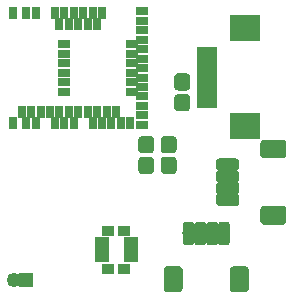
<source format=gbr>
G04 #@! TF.GenerationSoftware,KiCad,Pcbnew,(5.0.0-rc2-200-g1f6f76beb)*
G04 #@! TF.CreationDate,2020-02-24T22:29:36-05:00*
G04 #@! TF.ProjectId,watch-logic,77617463682D6C6F6769632E6B696361,rev?*
G04 #@! TF.SameCoordinates,Original*
G04 #@! TF.FileFunction,Soldermask,Bot*
G04 #@! TF.FilePolarity,Negative*
%FSLAX46Y46*%
G04 Gerber Fmt 4.6, Leading zero omitted, Abs format (unit mm)*
G04 Created by KiCad (PCBNEW (5.0.0-rc2-200-g1f6f76beb)) date Mon Feb 24 22:29:36 2020*
%MOMM*%
%LPD*%
G01*
G04 APERTURE LIST*
%ADD10C,0.100000*%
%ADD11C,1.350000*%
%ADD12C,1.600000*%
%ADD13C,1.000000*%
%ADD14R,1.250000X1.250000*%
%ADD15O,1.250000X1.250000*%
%ADD16R,2.600000X2.200000*%
%ADD17R,1.700000X0.700000*%
%ADD18R,1.150000X0.630000*%
%ADD19R,1.055000X0.850000*%
%ADD20R,0.800000X1.000000*%
%ADD21R,1.000000X0.800000*%
G04 APERTURE END LIST*
D10*
G04 #@! TO.C,C2*
G36*
X179313581Y-118430625D02*
X179346343Y-118435485D01*
X179378471Y-118443533D01*
X179409656Y-118454691D01*
X179439596Y-118468852D01*
X179468005Y-118485879D01*
X179494608Y-118505609D01*
X179519149Y-118527851D01*
X179541391Y-118552392D01*
X179561121Y-118578995D01*
X179578148Y-118607404D01*
X179592309Y-118637344D01*
X179603467Y-118668529D01*
X179611515Y-118700657D01*
X179616375Y-118733419D01*
X179618000Y-118766500D01*
X179618000Y-119541500D01*
X179616375Y-119574581D01*
X179611515Y-119607343D01*
X179603467Y-119639471D01*
X179592309Y-119670656D01*
X179578148Y-119700596D01*
X179561121Y-119729005D01*
X179541391Y-119755608D01*
X179519149Y-119780149D01*
X179494608Y-119802391D01*
X179468005Y-119822121D01*
X179439596Y-119839148D01*
X179409656Y-119853309D01*
X179378471Y-119864467D01*
X179346343Y-119872515D01*
X179313581Y-119877375D01*
X179280500Y-119879000D01*
X178605500Y-119879000D01*
X178572419Y-119877375D01*
X178539657Y-119872515D01*
X178507529Y-119864467D01*
X178476344Y-119853309D01*
X178446404Y-119839148D01*
X178417995Y-119822121D01*
X178391392Y-119802391D01*
X178366851Y-119780149D01*
X178344609Y-119755608D01*
X178324879Y-119729005D01*
X178307852Y-119700596D01*
X178293691Y-119670656D01*
X178282533Y-119639471D01*
X178274485Y-119607343D01*
X178269625Y-119574581D01*
X178268000Y-119541500D01*
X178268000Y-118766500D01*
X178269625Y-118733419D01*
X178274485Y-118700657D01*
X178282533Y-118668529D01*
X178293691Y-118637344D01*
X178307852Y-118607404D01*
X178324879Y-118578995D01*
X178344609Y-118552392D01*
X178366851Y-118527851D01*
X178391392Y-118505609D01*
X178417995Y-118485879D01*
X178446404Y-118468852D01*
X178476344Y-118454691D01*
X178507529Y-118443533D01*
X178539657Y-118435485D01*
X178572419Y-118430625D01*
X178605500Y-118429000D01*
X179280500Y-118429000D01*
X179313581Y-118430625D01*
X179313581Y-118430625D01*
G37*
D11*
X178943000Y-119154000D03*
D10*
G36*
X179313581Y-120180625D02*
X179346343Y-120185485D01*
X179378471Y-120193533D01*
X179409656Y-120204691D01*
X179439596Y-120218852D01*
X179468005Y-120235879D01*
X179494608Y-120255609D01*
X179519149Y-120277851D01*
X179541391Y-120302392D01*
X179561121Y-120328995D01*
X179578148Y-120357404D01*
X179592309Y-120387344D01*
X179603467Y-120418529D01*
X179611515Y-120450657D01*
X179616375Y-120483419D01*
X179618000Y-120516500D01*
X179618000Y-121291500D01*
X179616375Y-121324581D01*
X179611515Y-121357343D01*
X179603467Y-121389471D01*
X179592309Y-121420656D01*
X179578148Y-121450596D01*
X179561121Y-121479005D01*
X179541391Y-121505608D01*
X179519149Y-121530149D01*
X179494608Y-121552391D01*
X179468005Y-121572121D01*
X179439596Y-121589148D01*
X179409656Y-121603309D01*
X179378471Y-121614467D01*
X179346343Y-121622515D01*
X179313581Y-121627375D01*
X179280500Y-121629000D01*
X178605500Y-121629000D01*
X178572419Y-121627375D01*
X178539657Y-121622515D01*
X178507529Y-121614467D01*
X178476344Y-121603309D01*
X178446404Y-121589148D01*
X178417995Y-121572121D01*
X178391392Y-121552391D01*
X178366851Y-121530149D01*
X178344609Y-121505608D01*
X178324879Y-121479005D01*
X178307852Y-121450596D01*
X178293691Y-121420656D01*
X178282533Y-121389471D01*
X178274485Y-121357343D01*
X178269625Y-121324581D01*
X178268000Y-121291500D01*
X178268000Y-120516500D01*
X178269625Y-120483419D01*
X178274485Y-120450657D01*
X178282533Y-120418529D01*
X178293691Y-120387344D01*
X178307852Y-120357404D01*
X178324879Y-120328995D01*
X178344609Y-120302392D01*
X178366851Y-120277851D01*
X178391392Y-120255609D01*
X178417995Y-120235879D01*
X178446404Y-120218852D01*
X178476344Y-120204691D01*
X178507529Y-120193533D01*
X178539657Y-120185485D01*
X178572419Y-120180625D01*
X178605500Y-120179000D01*
X179280500Y-120179000D01*
X179313581Y-120180625D01*
X179313581Y-120180625D01*
G37*
D11*
X178943000Y-120904000D03*
G04 #@! TD*
D10*
G04 #@! TO.C,J1*
G36*
X187459340Y-129636605D02*
X187491698Y-129641405D01*
X187523429Y-129649353D01*
X187554229Y-129660373D01*
X187583800Y-129674359D01*
X187611857Y-129691177D01*
X187638132Y-129710663D01*
X187662369Y-129732631D01*
X187684337Y-129756868D01*
X187703823Y-129783143D01*
X187720641Y-129811200D01*
X187734627Y-129840771D01*
X187745647Y-129871571D01*
X187753595Y-129903302D01*
X187758395Y-129935660D01*
X187760000Y-129968332D01*
X187760000Y-130901668D01*
X187758395Y-130934340D01*
X187753595Y-130966698D01*
X187745647Y-130998429D01*
X187734627Y-131029229D01*
X187720641Y-131058800D01*
X187703823Y-131086857D01*
X187684337Y-131113132D01*
X187662369Y-131137369D01*
X187638132Y-131159337D01*
X187611857Y-131178823D01*
X187583800Y-131195641D01*
X187554229Y-131209627D01*
X187523429Y-131220647D01*
X187491698Y-131228595D01*
X187459340Y-131233395D01*
X187426668Y-131235000D01*
X185893332Y-131235000D01*
X185860660Y-131233395D01*
X185828302Y-131228595D01*
X185796571Y-131220647D01*
X185765771Y-131209627D01*
X185736200Y-131195641D01*
X185708143Y-131178823D01*
X185681868Y-131159337D01*
X185657631Y-131137369D01*
X185635663Y-131113132D01*
X185616177Y-131086857D01*
X185599359Y-131058800D01*
X185585373Y-131029229D01*
X185574353Y-130998429D01*
X185566405Y-130966698D01*
X185561605Y-130934340D01*
X185560000Y-130901668D01*
X185560000Y-129968332D01*
X185561605Y-129935660D01*
X185566405Y-129903302D01*
X185574353Y-129871571D01*
X185585373Y-129840771D01*
X185599359Y-129811200D01*
X185616177Y-129783143D01*
X185635663Y-129756868D01*
X185657631Y-129732631D01*
X185681868Y-129710663D01*
X185708143Y-129691177D01*
X185736200Y-129674359D01*
X185765771Y-129660373D01*
X185796571Y-129649353D01*
X185828302Y-129641405D01*
X185860660Y-129636605D01*
X185893332Y-129635000D01*
X187426668Y-129635000D01*
X187459340Y-129636605D01*
X187459340Y-129636605D01*
G37*
D12*
X186660000Y-130435000D03*
D10*
G36*
X187459340Y-124036605D02*
X187491698Y-124041405D01*
X187523429Y-124049353D01*
X187554229Y-124060373D01*
X187583800Y-124074359D01*
X187611857Y-124091177D01*
X187638132Y-124110663D01*
X187662369Y-124132631D01*
X187684337Y-124156868D01*
X187703823Y-124183143D01*
X187720641Y-124211200D01*
X187734627Y-124240771D01*
X187745647Y-124271571D01*
X187753595Y-124303302D01*
X187758395Y-124335660D01*
X187760000Y-124368332D01*
X187760000Y-125301668D01*
X187758395Y-125334340D01*
X187753595Y-125366698D01*
X187745647Y-125398429D01*
X187734627Y-125429229D01*
X187720641Y-125458800D01*
X187703823Y-125486857D01*
X187684337Y-125513132D01*
X187662369Y-125537369D01*
X187638132Y-125559337D01*
X187611857Y-125578823D01*
X187583800Y-125595641D01*
X187554229Y-125609627D01*
X187523429Y-125620647D01*
X187491698Y-125628595D01*
X187459340Y-125633395D01*
X187426668Y-125635000D01*
X185893332Y-125635000D01*
X185860660Y-125633395D01*
X185828302Y-125628595D01*
X185796571Y-125620647D01*
X185765771Y-125609627D01*
X185736200Y-125595641D01*
X185708143Y-125578823D01*
X185681868Y-125559337D01*
X185657631Y-125537369D01*
X185635663Y-125513132D01*
X185616177Y-125486857D01*
X185599359Y-125458800D01*
X185585373Y-125429229D01*
X185574353Y-125398429D01*
X185566405Y-125366698D01*
X185561605Y-125334340D01*
X185560000Y-125301668D01*
X185560000Y-124368332D01*
X185561605Y-124335660D01*
X185566405Y-124303302D01*
X185574353Y-124271571D01*
X185585373Y-124240771D01*
X185599359Y-124211200D01*
X185616177Y-124183143D01*
X185635663Y-124156868D01*
X185657631Y-124132631D01*
X185681868Y-124110663D01*
X185708143Y-124091177D01*
X185736200Y-124074359D01*
X185765771Y-124060373D01*
X185796571Y-124049353D01*
X185828302Y-124041405D01*
X185860660Y-124036605D01*
X185893332Y-124035000D01*
X187426668Y-124035000D01*
X187459340Y-124036605D01*
X187459340Y-124036605D01*
G37*
D12*
X186660000Y-124835000D03*
D10*
G36*
X183534504Y-128636204D02*
X183558773Y-128639804D01*
X183582571Y-128645765D01*
X183605671Y-128654030D01*
X183627849Y-128664520D01*
X183648893Y-128677133D01*
X183668598Y-128691747D01*
X183686777Y-128708223D01*
X183703253Y-128726402D01*
X183717867Y-128746107D01*
X183730480Y-128767151D01*
X183740970Y-128789329D01*
X183749235Y-128812429D01*
X183755196Y-128836227D01*
X183758796Y-128860496D01*
X183760000Y-128885000D01*
X183760000Y-129385000D01*
X183758796Y-129409504D01*
X183755196Y-129433773D01*
X183749235Y-129457571D01*
X183740970Y-129480671D01*
X183730480Y-129502849D01*
X183717867Y-129523893D01*
X183703253Y-129543598D01*
X183686777Y-129561777D01*
X183668598Y-129578253D01*
X183648893Y-129592867D01*
X183627849Y-129605480D01*
X183605671Y-129615970D01*
X183582571Y-129624235D01*
X183558773Y-129630196D01*
X183534504Y-129633796D01*
X183510000Y-129635000D01*
X182060000Y-129635000D01*
X182035496Y-129633796D01*
X182011227Y-129630196D01*
X181987429Y-129624235D01*
X181964329Y-129615970D01*
X181942151Y-129605480D01*
X181921107Y-129592867D01*
X181901402Y-129578253D01*
X181883223Y-129561777D01*
X181866747Y-129543598D01*
X181852133Y-129523893D01*
X181839520Y-129502849D01*
X181829030Y-129480671D01*
X181820765Y-129457571D01*
X181814804Y-129433773D01*
X181811204Y-129409504D01*
X181810000Y-129385000D01*
X181810000Y-128885000D01*
X181811204Y-128860496D01*
X181814804Y-128836227D01*
X181820765Y-128812429D01*
X181829030Y-128789329D01*
X181839520Y-128767151D01*
X181852133Y-128746107D01*
X181866747Y-128726402D01*
X181883223Y-128708223D01*
X181901402Y-128691747D01*
X181921107Y-128677133D01*
X181942151Y-128664520D01*
X181964329Y-128654030D01*
X181987429Y-128645765D01*
X182011227Y-128639804D01*
X182035496Y-128636204D01*
X182060000Y-128635000D01*
X183510000Y-128635000D01*
X183534504Y-128636204D01*
X183534504Y-128636204D01*
G37*
D13*
X182785000Y-129135000D03*
D10*
G36*
X183534504Y-127636204D02*
X183558773Y-127639804D01*
X183582571Y-127645765D01*
X183605671Y-127654030D01*
X183627849Y-127664520D01*
X183648893Y-127677133D01*
X183668598Y-127691747D01*
X183686777Y-127708223D01*
X183703253Y-127726402D01*
X183717867Y-127746107D01*
X183730480Y-127767151D01*
X183740970Y-127789329D01*
X183749235Y-127812429D01*
X183755196Y-127836227D01*
X183758796Y-127860496D01*
X183760000Y-127885000D01*
X183760000Y-128385000D01*
X183758796Y-128409504D01*
X183755196Y-128433773D01*
X183749235Y-128457571D01*
X183740970Y-128480671D01*
X183730480Y-128502849D01*
X183717867Y-128523893D01*
X183703253Y-128543598D01*
X183686777Y-128561777D01*
X183668598Y-128578253D01*
X183648893Y-128592867D01*
X183627849Y-128605480D01*
X183605671Y-128615970D01*
X183582571Y-128624235D01*
X183558773Y-128630196D01*
X183534504Y-128633796D01*
X183510000Y-128635000D01*
X182060000Y-128635000D01*
X182035496Y-128633796D01*
X182011227Y-128630196D01*
X181987429Y-128624235D01*
X181964329Y-128615970D01*
X181942151Y-128605480D01*
X181921107Y-128592867D01*
X181901402Y-128578253D01*
X181883223Y-128561777D01*
X181866747Y-128543598D01*
X181852133Y-128523893D01*
X181839520Y-128502849D01*
X181829030Y-128480671D01*
X181820765Y-128457571D01*
X181814804Y-128433773D01*
X181811204Y-128409504D01*
X181810000Y-128385000D01*
X181810000Y-127885000D01*
X181811204Y-127860496D01*
X181814804Y-127836227D01*
X181820765Y-127812429D01*
X181829030Y-127789329D01*
X181839520Y-127767151D01*
X181852133Y-127746107D01*
X181866747Y-127726402D01*
X181883223Y-127708223D01*
X181901402Y-127691747D01*
X181921107Y-127677133D01*
X181942151Y-127664520D01*
X181964329Y-127654030D01*
X181987429Y-127645765D01*
X182011227Y-127639804D01*
X182035496Y-127636204D01*
X182060000Y-127635000D01*
X183510000Y-127635000D01*
X183534504Y-127636204D01*
X183534504Y-127636204D01*
G37*
D13*
X182785000Y-128135000D03*
D10*
G36*
X183534504Y-126636204D02*
X183558773Y-126639804D01*
X183582571Y-126645765D01*
X183605671Y-126654030D01*
X183627849Y-126664520D01*
X183648893Y-126677133D01*
X183668598Y-126691747D01*
X183686777Y-126708223D01*
X183703253Y-126726402D01*
X183717867Y-126746107D01*
X183730480Y-126767151D01*
X183740970Y-126789329D01*
X183749235Y-126812429D01*
X183755196Y-126836227D01*
X183758796Y-126860496D01*
X183760000Y-126885000D01*
X183760000Y-127385000D01*
X183758796Y-127409504D01*
X183755196Y-127433773D01*
X183749235Y-127457571D01*
X183740970Y-127480671D01*
X183730480Y-127502849D01*
X183717867Y-127523893D01*
X183703253Y-127543598D01*
X183686777Y-127561777D01*
X183668598Y-127578253D01*
X183648893Y-127592867D01*
X183627849Y-127605480D01*
X183605671Y-127615970D01*
X183582571Y-127624235D01*
X183558773Y-127630196D01*
X183534504Y-127633796D01*
X183510000Y-127635000D01*
X182060000Y-127635000D01*
X182035496Y-127633796D01*
X182011227Y-127630196D01*
X181987429Y-127624235D01*
X181964329Y-127615970D01*
X181942151Y-127605480D01*
X181921107Y-127592867D01*
X181901402Y-127578253D01*
X181883223Y-127561777D01*
X181866747Y-127543598D01*
X181852133Y-127523893D01*
X181839520Y-127502849D01*
X181829030Y-127480671D01*
X181820765Y-127457571D01*
X181814804Y-127433773D01*
X181811204Y-127409504D01*
X181810000Y-127385000D01*
X181810000Y-126885000D01*
X181811204Y-126860496D01*
X181814804Y-126836227D01*
X181820765Y-126812429D01*
X181829030Y-126789329D01*
X181839520Y-126767151D01*
X181852133Y-126746107D01*
X181866747Y-126726402D01*
X181883223Y-126708223D01*
X181901402Y-126691747D01*
X181921107Y-126677133D01*
X181942151Y-126664520D01*
X181964329Y-126654030D01*
X181987429Y-126645765D01*
X182011227Y-126639804D01*
X182035496Y-126636204D01*
X182060000Y-126635000D01*
X183510000Y-126635000D01*
X183534504Y-126636204D01*
X183534504Y-126636204D01*
G37*
D13*
X182785000Y-127135000D03*
D10*
G36*
X183534504Y-125636204D02*
X183558773Y-125639804D01*
X183582571Y-125645765D01*
X183605671Y-125654030D01*
X183627849Y-125664520D01*
X183648893Y-125677133D01*
X183668598Y-125691747D01*
X183686777Y-125708223D01*
X183703253Y-125726402D01*
X183717867Y-125746107D01*
X183730480Y-125767151D01*
X183740970Y-125789329D01*
X183749235Y-125812429D01*
X183755196Y-125836227D01*
X183758796Y-125860496D01*
X183760000Y-125885000D01*
X183760000Y-126385000D01*
X183758796Y-126409504D01*
X183755196Y-126433773D01*
X183749235Y-126457571D01*
X183740970Y-126480671D01*
X183730480Y-126502849D01*
X183717867Y-126523893D01*
X183703253Y-126543598D01*
X183686777Y-126561777D01*
X183668598Y-126578253D01*
X183648893Y-126592867D01*
X183627849Y-126605480D01*
X183605671Y-126615970D01*
X183582571Y-126624235D01*
X183558773Y-126630196D01*
X183534504Y-126633796D01*
X183510000Y-126635000D01*
X182060000Y-126635000D01*
X182035496Y-126633796D01*
X182011227Y-126630196D01*
X181987429Y-126624235D01*
X181964329Y-126615970D01*
X181942151Y-126605480D01*
X181921107Y-126592867D01*
X181901402Y-126578253D01*
X181883223Y-126561777D01*
X181866747Y-126543598D01*
X181852133Y-126523893D01*
X181839520Y-126502849D01*
X181829030Y-126480671D01*
X181820765Y-126457571D01*
X181814804Y-126433773D01*
X181811204Y-126409504D01*
X181810000Y-126385000D01*
X181810000Y-125885000D01*
X181811204Y-125860496D01*
X181814804Y-125836227D01*
X181820765Y-125812429D01*
X181829030Y-125789329D01*
X181839520Y-125767151D01*
X181852133Y-125746107D01*
X181866747Y-125726402D01*
X181883223Y-125708223D01*
X181901402Y-125691747D01*
X181921107Y-125677133D01*
X181942151Y-125664520D01*
X181964329Y-125654030D01*
X181987429Y-125645765D01*
X182011227Y-125639804D01*
X182035496Y-125636204D01*
X182060000Y-125635000D01*
X183510000Y-125635000D01*
X183534504Y-125636204D01*
X183534504Y-125636204D01*
G37*
D13*
X182785000Y-126135000D03*
G04 #@! TD*
D10*
G04 #@! TO.C,J2*
G36*
X182749504Y-131011204D02*
X182773773Y-131014804D01*
X182797571Y-131020765D01*
X182820671Y-131029030D01*
X182842849Y-131039520D01*
X182863893Y-131052133D01*
X182883598Y-131066747D01*
X182901777Y-131083223D01*
X182918253Y-131101402D01*
X182932867Y-131121107D01*
X182945480Y-131142151D01*
X182955970Y-131164329D01*
X182964235Y-131187429D01*
X182970196Y-131211227D01*
X182973796Y-131235496D01*
X182975000Y-131260000D01*
X182975000Y-132710000D01*
X182973796Y-132734504D01*
X182970196Y-132758773D01*
X182964235Y-132782571D01*
X182955970Y-132805671D01*
X182945480Y-132827849D01*
X182932867Y-132848893D01*
X182918253Y-132868598D01*
X182901777Y-132886777D01*
X182883598Y-132903253D01*
X182863893Y-132917867D01*
X182842849Y-132930480D01*
X182820671Y-132940970D01*
X182797571Y-132949235D01*
X182773773Y-132955196D01*
X182749504Y-132958796D01*
X182725000Y-132960000D01*
X182225000Y-132960000D01*
X182200496Y-132958796D01*
X182176227Y-132955196D01*
X182152429Y-132949235D01*
X182129329Y-132940970D01*
X182107151Y-132930480D01*
X182086107Y-132917867D01*
X182066402Y-132903253D01*
X182048223Y-132886777D01*
X182031747Y-132868598D01*
X182017133Y-132848893D01*
X182004520Y-132827849D01*
X181994030Y-132805671D01*
X181985765Y-132782571D01*
X181979804Y-132758773D01*
X181976204Y-132734504D01*
X181975000Y-132710000D01*
X181975000Y-131260000D01*
X181976204Y-131235496D01*
X181979804Y-131211227D01*
X181985765Y-131187429D01*
X181994030Y-131164329D01*
X182004520Y-131142151D01*
X182017133Y-131121107D01*
X182031747Y-131101402D01*
X182048223Y-131083223D01*
X182066402Y-131066747D01*
X182086107Y-131052133D01*
X182107151Y-131039520D01*
X182129329Y-131029030D01*
X182152429Y-131020765D01*
X182176227Y-131014804D01*
X182200496Y-131011204D01*
X182225000Y-131010000D01*
X182725000Y-131010000D01*
X182749504Y-131011204D01*
X182749504Y-131011204D01*
G37*
D13*
X182475000Y-131985000D03*
D10*
G36*
X181749504Y-131011204D02*
X181773773Y-131014804D01*
X181797571Y-131020765D01*
X181820671Y-131029030D01*
X181842849Y-131039520D01*
X181863893Y-131052133D01*
X181883598Y-131066747D01*
X181901777Y-131083223D01*
X181918253Y-131101402D01*
X181932867Y-131121107D01*
X181945480Y-131142151D01*
X181955970Y-131164329D01*
X181964235Y-131187429D01*
X181970196Y-131211227D01*
X181973796Y-131235496D01*
X181975000Y-131260000D01*
X181975000Y-132710000D01*
X181973796Y-132734504D01*
X181970196Y-132758773D01*
X181964235Y-132782571D01*
X181955970Y-132805671D01*
X181945480Y-132827849D01*
X181932867Y-132848893D01*
X181918253Y-132868598D01*
X181901777Y-132886777D01*
X181883598Y-132903253D01*
X181863893Y-132917867D01*
X181842849Y-132930480D01*
X181820671Y-132940970D01*
X181797571Y-132949235D01*
X181773773Y-132955196D01*
X181749504Y-132958796D01*
X181725000Y-132960000D01*
X181225000Y-132960000D01*
X181200496Y-132958796D01*
X181176227Y-132955196D01*
X181152429Y-132949235D01*
X181129329Y-132940970D01*
X181107151Y-132930480D01*
X181086107Y-132917867D01*
X181066402Y-132903253D01*
X181048223Y-132886777D01*
X181031747Y-132868598D01*
X181017133Y-132848893D01*
X181004520Y-132827849D01*
X180994030Y-132805671D01*
X180985765Y-132782571D01*
X180979804Y-132758773D01*
X180976204Y-132734504D01*
X180975000Y-132710000D01*
X180975000Y-131260000D01*
X180976204Y-131235496D01*
X180979804Y-131211227D01*
X180985765Y-131187429D01*
X180994030Y-131164329D01*
X181004520Y-131142151D01*
X181017133Y-131121107D01*
X181031747Y-131101402D01*
X181048223Y-131083223D01*
X181066402Y-131066747D01*
X181086107Y-131052133D01*
X181107151Y-131039520D01*
X181129329Y-131029030D01*
X181152429Y-131020765D01*
X181176227Y-131014804D01*
X181200496Y-131011204D01*
X181225000Y-131010000D01*
X181725000Y-131010000D01*
X181749504Y-131011204D01*
X181749504Y-131011204D01*
G37*
D13*
X181475000Y-131985000D03*
D10*
G36*
X180749504Y-131011204D02*
X180773773Y-131014804D01*
X180797571Y-131020765D01*
X180820671Y-131029030D01*
X180842849Y-131039520D01*
X180863893Y-131052133D01*
X180883598Y-131066747D01*
X180901777Y-131083223D01*
X180918253Y-131101402D01*
X180932867Y-131121107D01*
X180945480Y-131142151D01*
X180955970Y-131164329D01*
X180964235Y-131187429D01*
X180970196Y-131211227D01*
X180973796Y-131235496D01*
X180975000Y-131260000D01*
X180975000Y-132710000D01*
X180973796Y-132734504D01*
X180970196Y-132758773D01*
X180964235Y-132782571D01*
X180955970Y-132805671D01*
X180945480Y-132827849D01*
X180932867Y-132848893D01*
X180918253Y-132868598D01*
X180901777Y-132886777D01*
X180883598Y-132903253D01*
X180863893Y-132917867D01*
X180842849Y-132930480D01*
X180820671Y-132940970D01*
X180797571Y-132949235D01*
X180773773Y-132955196D01*
X180749504Y-132958796D01*
X180725000Y-132960000D01*
X180225000Y-132960000D01*
X180200496Y-132958796D01*
X180176227Y-132955196D01*
X180152429Y-132949235D01*
X180129329Y-132940970D01*
X180107151Y-132930480D01*
X180086107Y-132917867D01*
X180066402Y-132903253D01*
X180048223Y-132886777D01*
X180031747Y-132868598D01*
X180017133Y-132848893D01*
X180004520Y-132827849D01*
X179994030Y-132805671D01*
X179985765Y-132782571D01*
X179979804Y-132758773D01*
X179976204Y-132734504D01*
X179975000Y-132710000D01*
X179975000Y-131260000D01*
X179976204Y-131235496D01*
X179979804Y-131211227D01*
X179985765Y-131187429D01*
X179994030Y-131164329D01*
X180004520Y-131142151D01*
X180017133Y-131121107D01*
X180031747Y-131101402D01*
X180048223Y-131083223D01*
X180066402Y-131066747D01*
X180086107Y-131052133D01*
X180107151Y-131039520D01*
X180129329Y-131029030D01*
X180152429Y-131020765D01*
X180176227Y-131014804D01*
X180200496Y-131011204D01*
X180225000Y-131010000D01*
X180725000Y-131010000D01*
X180749504Y-131011204D01*
X180749504Y-131011204D01*
G37*
D13*
X180475000Y-131985000D03*
D10*
G36*
X179749504Y-131011204D02*
X179773773Y-131014804D01*
X179797571Y-131020765D01*
X179820671Y-131029030D01*
X179842849Y-131039520D01*
X179863893Y-131052133D01*
X179883598Y-131066747D01*
X179901777Y-131083223D01*
X179918253Y-131101402D01*
X179932867Y-131121107D01*
X179945480Y-131142151D01*
X179955970Y-131164329D01*
X179964235Y-131187429D01*
X179970196Y-131211227D01*
X179973796Y-131235496D01*
X179975000Y-131260000D01*
X179975000Y-132710000D01*
X179973796Y-132734504D01*
X179970196Y-132758773D01*
X179964235Y-132782571D01*
X179955970Y-132805671D01*
X179945480Y-132827849D01*
X179932867Y-132848893D01*
X179918253Y-132868598D01*
X179901777Y-132886777D01*
X179883598Y-132903253D01*
X179863893Y-132917867D01*
X179842849Y-132930480D01*
X179820671Y-132940970D01*
X179797571Y-132949235D01*
X179773773Y-132955196D01*
X179749504Y-132958796D01*
X179725000Y-132960000D01*
X179225000Y-132960000D01*
X179200496Y-132958796D01*
X179176227Y-132955196D01*
X179152429Y-132949235D01*
X179129329Y-132940970D01*
X179107151Y-132930480D01*
X179086107Y-132917867D01*
X179066402Y-132903253D01*
X179048223Y-132886777D01*
X179031747Y-132868598D01*
X179017133Y-132848893D01*
X179004520Y-132827849D01*
X178994030Y-132805671D01*
X178985765Y-132782571D01*
X178979804Y-132758773D01*
X178976204Y-132734504D01*
X178975000Y-132710000D01*
X178975000Y-131260000D01*
X178976204Y-131235496D01*
X178979804Y-131211227D01*
X178985765Y-131187429D01*
X178994030Y-131164329D01*
X179004520Y-131142151D01*
X179017133Y-131121107D01*
X179031747Y-131101402D01*
X179048223Y-131083223D01*
X179066402Y-131066747D01*
X179086107Y-131052133D01*
X179107151Y-131039520D01*
X179129329Y-131029030D01*
X179152429Y-131020765D01*
X179176227Y-131014804D01*
X179200496Y-131011204D01*
X179225000Y-131010000D01*
X179725000Y-131010000D01*
X179749504Y-131011204D01*
X179749504Y-131011204D01*
G37*
D13*
X179475000Y-131985000D03*
D10*
G36*
X184274340Y-134761605D02*
X184306698Y-134766405D01*
X184338429Y-134774353D01*
X184369229Y-134785373D01*
X184398800Y-134799359D01*
X184426857Y-134816177D01*
X184453132Y-134835663D01*
X184477369Y-134857631D01*
X184499337Y-134881868D01*
X184518823Y-134908143D01*
X184535641Y-134936200D01*
X184549627Y-134965771D01*
X184560647Y-134996571D01*
X184568595Y-135028302D01*
X184573395Y-135060660D01*
X184575000Y-135093332D01*
X184575000Y-136626668D01*
X184573395Y-136659340D01*
X184568595Y-136691698D01*
X184560647Y-136723429D01*
X184549627Y-136754229D01*
X184535641Y-136783800D01*
X184518823Y-136811857D01*
X184499337Y-136838132D01*
X184477369Y-136862369D01*
X184453132Y-136884337D01*
X184426857Y-136903823D01*
X184398800Y-136920641D01*
X184369229Y-136934627D01*
X184338429Y-136945647D01*
X184306698Y-136953595D01*
X184274340Y-136958395D01*
X184241668Y-136960000D01*
X183308332Y-136960000D01*
X183275660Y-136958395D01*
X183243302Y-136953595D01*
X183211571Y-136945647D01*
X183180771Y-136934627D01*
X183151200Y-136920641D01*
X183123143Y-136903823D01*
X183096868Y-136884337D01*
X183072631Y-136862369D01*
X183050663Y-136838132D01*
X183031177Y-136811857D01*
X183014359Y-136783800D01*
X183000373Y-136754229D01*
X182989353Y-136723429D01*
X182981405Y-136691698D01*
X182976605Y-136659340D01*
X182975000Y-136626668D01*
X182975000Y-135093332D01*
X182976605Y-135060660D01*
X182981405Y-135028302D01*
X182989353Y-134996571D01*
X183000373Y-134965771D01*
X183014359Y-134936200D01*
X183031177Y-134908143D01*
X183050663Y-134881868D01*
X183072631Y-134857631D01*
X183096868Y-134835663D01*
X183123143Y-134816177D01*
X183151200Y-134799359D01*
X183180771Y-134785373D01*
X183211571Y-134774353D01*
X183243302Y-134766405D01*
X183275660Y-134761605D01*
X183308332Y-134760000D01*
X184241668Y-134760000D01*
X184274340Y-134761605D01*
X184274340Y-134761605D01*
G37*
D12*
X183775000Y-135860000D03*
D10*
G36*
X178674340Y-134761605D02*
X178706698Y-134766405D01*
X178738429Y-134774353D01*
X178769229Y-134785373D01*
X178798800Y-134799359D01*
X178826857Y-134816177D01*
X178853132Y-134835663D01*
X178877369Y-134857631D01*
X178899337Y-134881868D01*
X178918823Y-134908143D01*
X178935641Y-134936200D01*
X178949627Y-134965771D01*
X178960647Y-134996571D01*
X178968595Y-135028302D01*
X178973395Y-135060660D01*
X178975000Y-135093332D01*
X178975000Y-136626668D01*
X178973395Y-136659340D01*
X178968595Y-136691698D01*
X178960647Y-136723429D01*
X178949627Y-136754229D01*
X178935641Y-136783800D01*
X178918823Y-136811857D01*
X178899337Y-136838132D01*
X178877369Y-136862369D01*
X178853132Y-136884337D01*
X178826857Y-136903823D01*
X178798800Y-136920641D01*
X178769229Y-136934627D01*
X178738429Y-136945647D01*
X178706698Y-136953595D01*
X178674340Y-136958395D01*
X178641668Y-136960000D01*
X177708332Y-136960000D01*
X177675660Y-136958395D01*
X177643302Y-136953595D01*
X177611571Y-136945647D01*
X177580771Y-136934627D01*
X177551200Y-136920641D01*
X177523143Y-136903823D01*
X177496868Y-136884337D01*
X177472631Y-136862369D01*
X177450663Y-136838132D01*
X177431177Y-136811857D01*
X177414359Y-136783800D01*
X177400373Y-136754229D01*
X177389353Y-136723429D01*
X177381405Y-136691698D01*
X177376605Y-136659340D01*
X177375000Y-136626668D01*
X177375000Y-135093332D01*
X177376605Y-135060660D01*
X177381405Y-135028302D01*
X177389353Y-134996571D01*
X177400373Y-134965771D01*
X177414359Y-134936200D01*
X177431177Y-134908143D01*
X177450663Y-134881868D01*
X177472631Y-134857631D01*
X177496868Y-134835663D01*
X177523143Y-134816177D01*
X177551200Y-134799359D01*
X177580771Y-134785373D01*
X177611571Y-134774353D01*
X177643302Y-134766405D01*
X177675660Y-134761605D01*
X177708332Y-134760000D01*
X178641668Y-134760000D01*
X178674340Y-134761605D01*
X178674340Y-134761605D01*
G37*
D12*
X178175000Y-135860000D03*
G04 #@! TD*
D14*
G04 #@! TO.C,J3*
X165735000Y-135890000D03*
D15*
X164735000Y-135890000D03*
G04 #@! TD*
D16*
G04 #@! TO.C,J4*
X184280000Y-122895000D03*
X184280000Y-114595000D03*
D17*
X181030000Y-116495000D03*
X181030000Y-116995000D03*
X181030000Y-117495000D03*
X181030000Y-117995000D03*
X181030000Y-118495000D03*
X181030000Y-118995000D03*
X181030000Y-119495000D03*
X181030000Y-119995000D03*
X181030000Y-120495000D03*
X181030000Y-120995000D03*
G04 #@! TD*
D18*
G04 #@! TO.C,P1*
X172130000Y-133350000D03*
X172130000Y-133750000D03*
X172130000Y-132950000D03*
X172130000Y-134150000D03*
X172130000Y-132550000D03*
X174580000Y-133350000D03*
X174580000Y-133750000D03*
X174580000Y-132950000D03*
X174580000Y-134150000D03*
X174580000Y-132550000D03*
D19*
X174057500Y-134950000D03*
X172652500Y-134950000D03*
X172652500Y-131750000D03*
X174057500Y-131750000D03*
G04 #@! TD*
D10*
G04 #@! TO.C,R1*
G36*
X178170581Y-125486625D02*
X178203343Y-125491485D01*
X178235471Y-125499533D01*
X178266656Y-125510691D01*
X178296596Y-125524852D01*
X178325005Y-125541879D01*
X178351608Y-125561609D01*
X178376149Y-125583851D01*
X178398391Y-125608392D01*
X178418121Y-125634995D01*
X178435148Y-125663404D01*
X178449309Y-125693344D01*
X178460467Y-125724529D01*
X178468515Y-125756657D01*
X178473375Y-125789419D01*
X178475000Y-125822500D01*
X178475000Y-126597500D01*
X178473375Y-126630581D01*
X178468515Y-126663343D01*
X178460467Y-126695471D01*
X178449309Y-126726656D01*
X178435148Y-126756596D01*
X178418121Y-126785005D01*
X178398391Y-126811608D01*
X178376149Y-126836149D01*
X178351608Y-126858391D01*
X178325005Y-126878121D01*
X178296596Y-126895148D01*
X178266656Y-126909309D01*
X178235471Y-126920467D01*
X178203343Y-126928515D01*
X178170581Y-126933375D01*
X178137500Y-126935000D01*
X177462500Y-126935000D01*
X177429419Y-126933375D01*
X177396657Y-126928515D01*
X177364529Y-126920467D01*
X177333344Y-126909309D01*
X177303404Y-126895148D01*
X177274995Y-126878121D01*
X177248392Y-126858391D01*
X177223851Y-126836149D01*
X177201609Y-126811608D01*
X177181879Y-126785005D01*
X177164852Y-126756596D01*
X177150691Y-126726656D01*
X177139533Y-126695471D01*
X177131485Y-126663343D01*
X177126625Y-126630581D01*
X177125000Y-126597500D01*
X177125000Y-125822500D01*
X177126625Y-125789419D01*
X177131485Y-125756657D01*
X177139533Y-125724529D01*
X177150691Y-125693344D01*
X177164852Y-125663404D01*
X177181879Y-125634995D01*
X177201609Y-125608392D01*
X177223851Y-125583851D01*
X177248392Y-125561609D01*
X177274995Y-125541879D01*
X177303404Y-125524852D01*
X177333344Y-125510691D01*
X177364529Y-125499533D01*
X177396657Y-125491485D01*
X177429419Y-125486625D01*
X177462500Y-125485000D01*
X178137500Y-125485000D01*
X178170581Y-125486625D01*
X178170581Y-125486625D01*
G37*
D11*
X177800000Y-126210000D03*
D10*
G36*
X178170581Y-123736625D02*
X178203343Y-123741485D01*
X178235471Y-123749533D01*
X178266656Y-123760691D01*
X178296596Y-123774852D01*
X178325005Y-123791879D01*
X178351608Y-123811609D01*
X178376149Y-123833851D01*
X178398391Y-123858392D01*
X178418121Y-123884995D01*
X178435148Y-123913404D01*
X178449309Y-123943344D01*
X178460467Y-123974529D01*
X178468515Y-124006657D01*
X178473375Y-124039419D01*
X178475000Y-124072500D01*
X178475000Y-124847500D01*
X178473375Y-124880581D01*
X178468515Y-124913343D01*
X178460467Y-124945471D01*
X178449309Y-124976656D01*
X178435148Y-125006596D01*
X178418121Y-125035005D01*
X178398391Y-125061608D01*
X178376149Y-125086149D01*
X178351608Y-125108391D01*
X178325005Y-125128121D01*
X178296596Y-125145148D01*
X178266656Y-125159309D01*
X178235471Y-125170467D01*
X178203343Y-125178515D01*
X178170581Y-125183375D01*
X178137500Y-125185000D01*
X177462500Y-125185000D01*
X177429419Y-125183375D01*
X177396657Y-125178515D01*
X177364529Y-125170467D01*
X177333344Y-125159309D01*
X177303404Y-125145148D01*
X177274995Y-125128121D01*
X177248392Y-125108391D01*
X177223851Y-125086149D01*
X177201609Y-125061608D01*
X177181879Y-125035005D01*
X177164852Y-125006596D01*
X177150691Y-124976656D01*
X177139533Y-124945471D01*
X177131485Y-124913343D01*
X177126625Y-124880581D01*
X177125000Y-124847500D01*
X177125000Y-124072500D01*
X177126625Y-124039419D01*
X177131485Y-124006657D01*
X177139533Y-123974529D01*
X177150691Y-123943344D01*
X177164852Y-123913404D01*
X177181879Y-123884995D01*
X177201609Y-123858392D01*
X177223851Y-123833851D01*
X177248392Y-123811609D01*
X177274995Y-123791879D01*
X177303404Y-123774852D01*
X177333344Y-123760691D01*
X177364529Y-123749533D01*
X177396657Y-123741485D01*
X177429419Y-123736625D01*
X177462500Y-123735000D01*
X178137500Y-123735000D01*
X178170581Y-123736625D01*
X178170581Y-123736625D01*
G37*
D11*
X177800000Y-124460000D03*
G04 #@! TD*
D10*
G04 #@! TO.C,R2*
G36*
X176265581Y-123736625D02*
X176298343Y-123741485D01*
X176330471Y-123749533D01*
X176361656Y-123760691D01*
X176391596Y-123774852D01*
X176420005Y-123791879D01*
X176446608Y-123811609D01*
X176471149Y-123833851D01*
X176493391Y-123858392D01*
X176513121Y-123884995D01*
X176530148Y-123913404D01*
X176544309Y-123943344D01*
X176555467Y-123974529D01*
X176563515Y-124006657D01*
X176568375Y-124039419D01*
X176570000Y-124072500D01*
X176570000Y-124847500D01*
X176568375Y-124880581D01*
X176563515Y-124913343D01*
X176555467Y-124945471D01*
X176544309Y-124976656D01*
X176530148Y-125006596D01*
X176513121Y-125035005D01*
X176493391Y-125061608D01*
X176471149Y-125086149D01*
X176446608Y-125108391D01*
X176420005Y-125128121D01*
X176391596Y-125145148D01*
X176361656Y-125159309D01*
X176330471Y-125170467D01*
X176298343Y-125178515D01*
X176265581Y-125183375D01*
X176232500Y-125185000D01*
X175557500Y-125185000D01*
X175524419Y-125183375D01*
X175491657Y-125178515D01*
X175459529Y-125170467D01*
X175428344Y-125159309D01*
X175398404Y-125145148D01*
X175369995Y-125128121D01*
X175343392Y-125108391D01*
X175318851Y-125086149D01*
X175296609Y-125061608D01*
X175276879Y-125035005D01*
X175259852Y-125006596D01*
X175245691Y-124976656D01*
X175234533Y-124945471D01*
X175226485Y-124913343D01*
X175221625Y-124880581D01*
X175220000Y-124847500D01*
X175220000Y-124072500D01*
X175221625Y-124039419D01*
X175226485Y-124006657D01*
X175234533Y-123974529D01*
X175245691Y-123943344D01*
X175259852Y-123913404D01*
X175276879Y-123884995D01*
X175296609Y-123858392D01*
X175318851Y-123833851D01*
X175343392Y-123811609D01*
X175369995Y-123791879D01*
X175398404Y-123774852D01*
X175428344Y-123760691D01*
X175459529Y-123749533D01*
X175491657Y-123741485D01*
X175524419Y-123736625D01*
X175557500Y-123735000D01*
X176232500Y-123735000D01*
X176265581Y-123736625D01*
X176265581Y-123736625D01*
G37*
D11*
X175895000Y-124460000D03*
D10*
G36*
X176265581Y-125486625D02*
X176298343Y-125491485D01*
X176330471Y-125499533D01*
X176361656Y-125510691D01*
X176391596Y-125524852D01*
X176420005Y-125541879D01*
X176446608Y-125561609D01*
X176471149Y-125583851D01*
X176493391Y-125608392D01*
X176513121Y-125634995D01*
X176530148Y-125663404D01*
X176544309Y-125693344D01*
X176555467Y-125724529D01*
X176563515Y-125756657D01*
X176568375Y-125789419D01*
X176570000Y-125822500D01*
X176570000Y-126597500D01*
X176568375Y-126630581D01*
X176563515Y-126663343D01*
X176555467Y-126695471D01*
X176544309Y-126726656D01*
X176530148Y-126756596D01*
X176513121Y-126785005D01*
X176493391Y-126811608D01*
X176471149Y-126836149D01*
X176446608Y-126858391D01*
X176420005Y-126878121D01*
X176391596Y-126895148D01*
X176361656Y-126909309D01*
X176330471Y-126920467D01*
X176298343Y-126928515D01*
X176265581Y-126933375D01*
X176232500Y-126935000D01*
X175557500Y-126935000D01*
X175524419Y-126933375D01*
X175491657Y-126928515D01*
X175459529Y-126920467D01*
X175428344Y-126909309D01*
X175398404Y-126895148D01*
X175369995Y-126878121D01*
X175343392Y-126858391D01*
X175318851Y-126836149D01*
X175296609Y-126811608D01*
X175276879Y-126785005D01*
X175259852Y-126756596D01*
X175245691Y-126726656D01*
X175234533Y-126695471D01*
X175226485Y-126663343D01*
X175221625Y-126630581D01*
X175220000Y-126597500D01*
X175220000Y-125822500D01*
X175221625Y-125789419D01*
X175226485Y-125756657D01*
X175234533Y-125724529D01*
X175245691Y-125693344D01*
X175259852Y-125663404D01*
X175276879Y-125634995D01*
X175296609Y-125608392D01*
X175318851Y-125583851D01*
X175343392Y-125561609D01*
X175369995Y-125541879D01*
X175398404Y-125524852D01*
X175428344Y-125510691D01*
X175459529Y-125499533D01*
X175491657Y-125491485D01*
X175524419Y-125486625D01*
X175557500Y-125485000D01*
X176232500Y-125485000D01*
X176265581Y-125486625D01*
X176265581Y-125486625D01*
G37*
D11*
X175895000Y-126210000D03*
G04 #@! TD*
D20*
G04 #@! TO.C,IC1*
X164652000Y-113333000D03*
X165752000Y-113333000D03*
X166552000Y-113333000D03*
X168152000Y-113333000D03*
X168552000Y-114233000D03*
X168952000Y-113333000D03*
X169352000Y-114233000D03*
X169752000Y-113333000D03*
X170152000Y-114233000D03*
X170552000Y-113333000D03*
X170952000Y-114233000D03*
X171352000Y-113333000D03*
X171752000Y-114233000D03*
X172152000Y-113333000D03*
D21*
X175552000Y-113183000D03*
X175552000Y-113983000D03*
X175552000Y-114783000D03*
X175552000Y-115583000D03*
X174652000Y-115983000D03*
X175552000Y-116383000D03*
X174652000Y-116783000D03*
X175552000Y-117183000D03*
X174652000Y-117583000D03*
X175552000Y-117983000D03*
X174652000Y-118383000D03*
X175552000Y-118783000D03*
X174652000Y-119183000D03*
X175552000Y-119583000D03*
X174652000Y-119983000D03*
X175552000Y-120383000D03*
X175552000Y-121183000D03*
X175552000Y-121983000D03*
X175552000Y-122783000D03*
D20*
X174552000Y-122633000D03*
X173752000Y-122633000D03*
X173352000Y-121733000D03*
X172952000Y-122633000D03*
X172552000Y-121733000D03*
X172152000Y-122633000D03*
X171752000Y-121733000D03*
X171352000Y-122633000D03*
X170952000Y-121733000D03*
X170152000Y-121733000D03*
X169752000Y-122633000D03*
X169352000Y-121733000D03*
X168952000Y-122633000D03*
X168552000Y-121733000D03*
X168152000Y-122633000D03*
X167752000Y-121733000D03*
X166952000Y-121733000D03*
X166552000Y-122633000D03*
X166152000Y-121733000D03*
X165752000Y-122633000D03*
X165352000Y-121733000D03*
X164652000Y-122633000D03*
D21*
X168952000Y-115983000D03*
X168952000Y-116783000D03*
X168952000Y-117583000D03*
X168952000Y-118383000D03*
X168952000Y-119183000D03*
X168952000Y-119983000D03*
G04 #@! TD*
M02*

</source>
